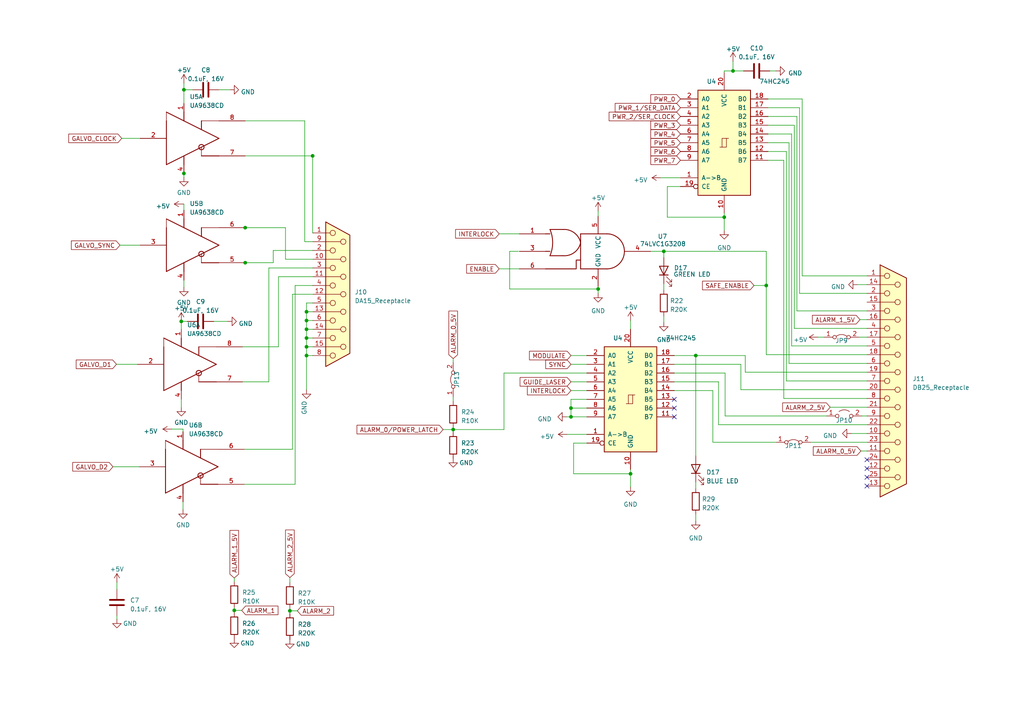
<source format=kicad_sch>
(kicad_sch (version 20230121) (generator eeschema)
  (paper "A4")
  (lib_symbols
    (symbol "LaserBoardR5:74HC245" (pin_names (offset 1.016))
      (property "Reference" "U" (at -7.62 16.51 0))
      (property "Value" "74HC245" (at -7.62 -16.51 0))
      (symbol "74HC245_1_0"
        (polyline (pts (xy -0.635 -1.27) (xy -0.635 1.27) (xy 0.635 1.27)))
        (polyline (pts (xy -1.27 -1.27) (xy 0.635 -1.27) (xy 0.635 1.27) (xy 1.27 1.27)))
        (pin input line (at -12.7 -10.16 0) (length 5.08) (name "A->B") (number "1"))
        (pin power_in line (at 0 -20.32 90) (length 5.08) (name "GND") (number "10"))
        (pin tri_state line (at 12.7 -5.08 180) (length 5.08) (name "B7") (number "11"))
        (pin tri_state line (at 12.7 -2.54 180) (length 5.08) (name "B6") (number "12"))
        (pin tri_state line (at 12.7 0 180) (length 5.08) (name "B5") (number "13"))
        (pin tri_state line (at 12.7 2.54 180) (length 5.08) (name "B4") (number "14"))
        (pin tri_state line (at 12.7 5.08 180) (length 5.08) (name "B3") (number "15"))
        (pin tri_state line (at 12.7 7.62 180) (length 5.08) (name "B2") (number "16"))
        (pin tri_state line (at 12.7 10.16 180) (length 5.08) (name "B1") (number "17"))
        (pin tri_state line (at 12.7 12.7 180) (length 5.08) (name "B0") (number "18"))
        (pin input inverted (at -12.7 -12.7 0) (length 5.08) (name "CE") (number "19"))
        (pin tri_state line (at -12.7 12.7 0) (length 5.08) (name "A0") (number "2"))
        (pin power_in line (at 0 20.32 270) (length 5.08) (name "VCC") (number "20"))
        (pin tri_state line (at -12.7 10.16 0) (length 5.08) (name "A1") (number "3"))
        (pin tri_state line (at -12.7 7.62 0) (length 5.08) (name "A2") (number "4"))
        (pin tri_state line (at -12.7 5.08 0) (length 5.08) (name "A3") (number "5"))
        (pin tri_state line (at -12.7 2.54 0) (length 5.08) (name "A4") (number "6"))
        (pin tri_state line (at -12.7 0 0) (length 5.08) (name "A5") (number "7"))
        (pin tri_state line (at -12.7 -2.54 0) (length 5.08) (name "A6") (number "8"))
        (pin tri_state line (at -12.7 -5.08 0) (length 5.08) (name "A7") (number "9"))
      )
      (symbol "74HC245_1_1"
        (rectangle (start -7.62 15.24) (end 7.62 -15.24) (stroke (width 0.254)) (fill (type background)))
      )
    )
    (symbol "LaserBoardR5:74LVC1G3208"
      (property "Reference" "U" (at -7.62 10.16 0))
      (property "Value" "74LVC1G3208" (at 0 -7.62 0))
      (symbol "74LVC1G3208_0_1"
        (arc (start -8.89 -1.27) (mid -8.108 2.54) (end -8.89 6.35) (stroke (width 0.254)))
        (arc (start -5.08 -1.27) (mid -1.8194 -0.3322) (end 0 2.54) (stroke (width 0.254)))
        (polyline (pts (xy -10.16 0) (xy -8.89 0)) (stroke (width 0.254)) (fill (type background)))
        (polyline (pts (xy -10.16 5.08) (xy -8.89 5.08)) (stroke (width 0.254)) (fill (type background)))
        (polyline (pts (xy -5.08 -1.27) (xy -8.89 -1.27)) (stroke (width 0.254)) (fill (type background)))
        (polyline (pts (xy -5.08 6.35) (xy -8.89 6.35)) (stroke (width 0.254)) (fill (type background)))
        (polyline (pts (xy 0 5.08) (xy 0 -5.08)) (stroke (width 0.254)) (fill (type background)))
        (polyline (pts (xy 7.62 -5.08) (xy 0 -5.08)) (stroke (width 0.254)) (fill (type background)))
        (polyline (pts (xy 7.62 5.08) (xy 0 5.08)) (stroke (width 0.254)) (fill (type background)))
        (polyline (pts (xy 0 -2.54) (xy -1.27 -2.54) (xy -1.27 -3.81) (xy -1.27 -5.08) (xy -10.16 -5.08)) (stroke (width 0.254)))
        (arc (start 0 2.54) (mid -1.8444 5.3784) (end -5.08 6.35) (stroke (width 0.254)))
        (arc (start 7.62 -5.08) (mid 12.6779 0) (end 7.62 5.08) (stroke (width 0.254)))
      )
      (symbol "74LVC1G3208_1_1"
        (pin input line (at -17.78 5.08 0) (length 7.62) (name "~") (number "1"))
        (pin power_in line (at 5.08 -10.16 90) (length 5.08) (name "GND") (number "2"))
        (pin input line (at -17.78 0 0) (length 7.62) (name "~") (number "3"))
        (pin output line (at 20.32 0 180) (length 7.62) (name "~") (number "4"))
        (pin power_in line (at 5.08 10.16 270) (length 5.08) (name "VCC") (number "5"))
        (pin input line (at -17.78 -5.08 0) (length 7.62) (name "~") (number "6"))
      )
    )
    (symbol "LaserBoardR5:C" (pin_numbers hide) (pin_names (offset 0.254))
      (property "Reference" "C" (at 0.635 2.54 0))
      (property "Value" "C" (at 0.635 -2.54 0))
      (symbol "C_0_1"
        (polyline (pts (xy -2.032 -0.762) (xy 2.032 -0.762)) (stroke (width 0.508)))
        (polyline (pts (xy -2.032 0.762) (xy 2.032 0.762)) (stroke (width 0.508)))
      )
      (symbol "C_1_1"
        (pin passive line (at 0 3.81 270) (length 2.794) (name "~") (number "1"))
        (pin passive line (at 0 -3.81 90) (length 2.794) (name "~") (number "2"))
      )
    )
    (symbol "LaserBoardR5:DA15_Receptacle" (pin_names (offset 1.016) hide)
      (property "Reference" "J" (at 0.508 21.59 0))
      (property "Value" "DA15_Receptacle" (at 0 -22.225 0))
      (symbol "DA15_Receptacle_0_1"
        (circle (center -1.778 -17.78) (radius 0.762))
        (circle (center -1.778 -12.7) (radius 0.762))
        (circle (center -1.778 -7.62) (radius 0.762))
        (circle (center -1.778 -2.54) (radius 0.762))
        (circle (center -1.778 2.54) (radius 0.762))
        (circle (center -1.778 7.62) (radius 0.762))
        (circle (center -1.778 12.7) (radius 0.762))
        (circle (center -1.778 17.78) (radius 0.762))
        (polyline (pts (xy -3.81 -17.78) (xy -2.54 -17.78)))
        (polyline (pts (xy -3.81 -15.24) (xy 0.508 -15.24)))
        (polyline (pts (xy -3.81 -12.7) (xy -2.54 -12.7)))
        (polyline (pts (xy -3.81 -10.16) (xy 0.508 -10.16)))
        (polyline (pts (xy -3.81 -7.62) (xy -2.54 -7.62)))
        (polyline (pts (xy -3.81 -5.08) (xy 0.508 -5.08)))
        (polyline (pts (xy -3.81 -2.54) (xy -2.54 -2.54)))
        (polyline (pts (xy -3.81 0) (xy 0.508 0)))
        (polyline (pts (xy -3.81 2.54) (xy -2.54 2.54)))
        (polyline (pts (xy -3.81 5.08) (xy 0.508 5.08)))
        (polyline (pts (xy -3.81 7.62) (xy -2.54 7.62)))
        (polyline (pts (xy -3.81 10.16) (xy 0.508 10.16)))
        (polyline (pts (xy -3.81 12.7) (xy -2.54 12.7)))
        (polyline (pts (xy -3.81 15.24) (xy 0.508 15.24)))
        (polyline (pts (xy -3.81 17.78) (xy -2.54 17.78)))
        (polyline (pts (xy -3.81 20.955) (xy 3.175 17.145) (xy 3.175 -17.145) (xy -3.81 -20.955) (xy -3.81 20.955)) (stroke (width 0.254)) (fill (type background)))
        (circle (center 1.27 -15.24) (radius 0.762))
        (circle (center 1.27 -10.16) (radius 0.762))
        (circle (center 1.27 -5.08) (radius 0.762))
        (circle (center 1.27 0) (radius 0.762))
        (circle (center 1.27 5.08) (radius 0.762))
        (circle (center 1.27 10.16) (radius 0.762))
        (circle (center 1.27 15.24) (radius 0.762))
      )
      (symbol "DA15_Receptacle_1_1"
        (pin passive line (at -7.62 17.78 0) (length 3.81) (name "1") (number "1"))
        (pin passive line (at -7.62 10.16 0) (length 3.81) (name "P10") (number "10"))
        (pin passive line (at -7.62 5.08 0) (length 3.81) (name "P111") (number "11"))
        (pin passive line (at -7.62 0 0) (length 3.81) (name "P12") (number "12"))
        (pin passive line (at -7.62 -5.08 0) (length 3.81) (name "P13") (number "13"))
        (pin passive line (at -7.62 -10.16 0) (length 3.81) (name "P14") (number "14"))
        (pin passive line (at -7.62 -15.24 0) (length 3.81) (name "P15") (number "15"))
        (pin passive line (at -7.62 12.7 0) (length 3.81) (name "2") (number "2"))
        (pin passive line (at -7.62 7.62 0) (length 3.81) (name "3") (number "3"))
        (pin passive line (at -7.62 2.54 0) (length 3.81) (name "4") (number "4"))
        (pin passive line (at -7.62 -2.54 0) (length 3.81) (name "5") (number "5"))
        (pin passive line (at -7.62 -7.62 0) (length 3.81) (name "6") (number "6"))
        (pin passive line (at -7.62 -12.7 0) (length 3.81) (name "7") (number "7"))
        (pin passive line (at -7.62 -17.78 0) (length 3.81) (name "8") (number "8"))
        (pin passive line (at -7.62 15.24 0) (length 3.81) (name "P9") (number "9"))
      )
    )
    (symbol "LaserBoardR5:DB25_Receptacle" (pin_names (offset 1.016) hide)
      (property "Reference" "J" (at 0 34.29 0))
      (property "Value" "DB25_Receptacle" (at 0 -34.925 0))
      (symbol "DB25_Receptacle_0_1"
        (circle (center -1.778 -30.48) (radius 0.762))
        (circle (center -1.778 -25.4) (radius 0.762))
        (circle (center -1.778 -20.32) (radius 0.762))
        (circle (center -1.778 -15.24) (radius 0.762))
        (circle (center -1.778 -10.16) (radius 0.762))
        (circle (center -1.778 -5.08) (radius 0.762))
        (circle (center -1.778 0) (radius 0.762))
        (circle (center -1.778 5.08) (radius 0.762))
        (circle (center -1.778 10.16) (radius 0.762))
        (circle (center -1.778 15.24) (radius 0.762))
        (circle (center -1.778 20.32) (radius 0.762))
        (circle (center -1.778 25.4) (radius 0.762))
        (circle (center -1.778 30.48) (radius 0.762))
        (polyline (pts (xy -3.81 -30.48) (xy -2.54 -30.48)))
        (polyline (pts (xy -3.81 -27.94) (xy 0.508 -27.94)))
        (polyline (pts (xy -3.81 -25.4) (xy -2.54 -25.4)))
        (polyline (pts (xy -3.81 -22.86) (xy 0.508 -22.86)))
        (polyline (pts (xy -3.81 -20.32) (xy -2.54 -20.32)))
        (polyline (pts (xy -3.81 -17.78) (xy 0.508 -17.78)))
        (polyline (pts (xy -3.81 -15.24) (xy -2.54 -15.24)))
        (polyline (pts (xy -3.81 -12.7) (xy 0.508 -12.7)))
        (polyline (pts (xy -3.81 -10.16) (xy -2.54 -10.16)))
        (polyline (pts (xy -3.81 -7.62) (xy 0.508 -7.62)))
        (polyline (pts (xy -3.81 -5.08) (xy -2.54 -5.08)))
        (polyline (pts (xy -3.81 -2.54) (xy 0.508 -2.54)))
        (polyline (pts (xy -3.81 0) (xy -2.54 0)))
        (polyline (pts (xy -3.81 2.54) (xy 0.508 2.54)))
        (polyline (pts (xy -3.81 5.08) (xy -2.54 5.08)))
        (polyline (pts (xy -3.81 7.62) (xy 0.508 7.62)))
        (polyline (pts (xy -3.81 10.16) (xy -2.54 10.16)))
        (polyline (pts (xy -3.81 12.7) (xy 0.508 12.7)))
        (polyline (pts (xy -3.81 15.24) (xy -2.54 15.24)))
        (polyline (pts (xy -3.81 17.78) (xy 0.508 17.78)))
        (polyline (pts (xy -3.81 20.32) (xy -2.54 20.32)))
        (polyline (pts (xy -3.81 22.86) (xy 0.508 22.86)))
        (polyline (pts (xy -3.81 25.4) (xy -2.54 25.4)))
        (polyline (pts (xy -3.81 27.94) (xy 0.508 27.94)))
        (polyline (pts (xy -3.81 30.48) (xy -2.54 30.48)))
        (polyline (pts (xy -3.81 33.655) (xy 3.81 29.845) (xy 3.81 -29.845) (xy -3.81 -33.655) (xy -3.81 33.655)) (stroke (width 0.254)) (fill (type background)))
        (circle (center 1.27 -27.94) (radius 0.762))
        (circle (center 1.27 -22.86) (radius 0.762))
        (circle (center 1.27 -17.78) (radius 0.762))
        (circle (center 1.27 -12.7) (radius 0.762))
        (circle (center 1.27 -7.62) (radius 0.762))
        (circle (center 1.27 -2.54) (radius 0.762))
        (circle (center 1.27 2.54) (radius 0.762))
        (circle (center 1.27 7.62) (radius 0.762))
        (circle (center 1.27 12.7) (radius 0.762))
        (circle (center 1.27 17.78) (radius 0.762))
        (circle (center 1.27 22.86) (radius 0.762))
        (circle (center 1.27 27.94) (radius 0.762))
      )
      (symbol "DB25_Receptacle_1_1"
        (pin passive line (at -7.62 30.48 0) (length 3.81) (name "1") (number "1"))
        (pin passive line (at -7.62 -15.24 0) (length 3.81) (name "10") (number "10"))
        (pin passive line (at -7.62 -20.32 0) (length 3.81) (name "11") (number "11"))
        (pin passive line (at -7.62 -25.4 0) (length 3.81) (name "12") (number "12"))
        (pin passive line (at -7.62 -30.48 0) (length 3.81) (name "13") (number "13"))
        (pin passive line (at -7.62 27.94 0) (length 3.81) (name "P14") (number "14"))
        (pin passive line (at -7.62 22.86 0) (length 3.81) (name "P15") (number "15"))
        (pin passive line (at -7.62 17.78 0) (length 3.81) (name "P16") (number "16"))
        (pin passive line (at -7.62 12.7 0) (length 3.81) (name "P17") (number "17"))
        (pin passive line (at -7.62 7.62 0) (length 3.81) (name "P18") (number "18"))
        (pin passive line (at -7.62 2.54 0) (length 3.81) (name "P19") (number "19"))
        (pin passive line (at -7.62 25.4 0) (length 3.81) (name "2") (number "2"))
        (pin passive line (at -7.62 -2.54 0) (length 3.81) (name "P20") (number "20"))
        (pin passive line (at -7.62 -7.62 0) (length 3.81) (name "P21") (number "21"))
        (pin passive line (at -7.62 -12.7 0) (length 3.81) (name "P22") (number "22"))
        (pin passive line (at -7.62 -17.78 0) (length 3.81) (name "P23") (number "23"))
        (pin passive line (at -7.62 -22.86 0) (length 3.81) (name "P24") (number "24"))
        (pin passive line (at -7.62 -27.94 0) (length 3.81) (name "P25") (number "25"))
        (pin passive line (at -7.62 20.32 0) (length 3.81) (name "3") (number "3"))
        (pin passive line (at -7.62 15.24 0) (length 3.81) (name "4") (number "4"))
        (pin passive line (at -7.62 10.16 0) (length 3.81) (name "5") (number "5"))
        (pin passive line (at -7.62 5.08 0) (length 3.81) (name "6") (number "6"))
        (pin passive line (at -7.62 0 0) (length 3.81) (name "7") (number "7"))
        (pin passive line (at -7.62 -5.08 0) (length 3.81) (name "8") (number "8"))
        (pin passive line (at -7.62 -10.16 0) (length 3.81) (name "9") (number "9"))
      )
    )
    (symbol "LaserBoardR5:Jumper_2_Bridged" (pin_names (offset 0) hide)
      (property "Reference" "JP" (at 0 1.905 0))
      (property "Value" "Jumper_2_Bridged" (at 0 -2.54 0))
      (symbol "Jumper_2_Bridged_0_0"
        (circle (center -2.032 0) (radius 0.508))
        (circle (center 2.032 0) (radius 0.508))
      )
      (symbol "Jumper_2_Bridged_0_1"
        (arc (start 1.524 0.254) (mid 0 0.762) (end -1.524 0.254))
      )
      (symbol "Jumper_2_Bridged_1_1"
        (pin passive line (at -5.08 0 0) (length 2.54) (name "A") (number "1"))
        (pin passive line (at 5.08 0 180) (length 2.54) (name "B") (number "2"))
      )
    )
    (symbol "LaserBoardR5:Jumper_2_Open" (pin_names (offset 0) hide)
      (property "Reference" "JP" (at 0 2.794 0))
      (property "Value" "Jumper_2_Open" (at 0 -2.286 0))
      (symbol "Jumper_2_Open_0_0"
        (circle (center -2.032 0) (radius 0.508))
        (circle (center 2.032 0) (radius 0.508))
      )
      (symbol "Jumper_2_Open_0_1"
        (arc (start 1.524 1.27) (mid 0 1.778) (end -1.524 1.27))
      )
      (symbol "Jumper_2_Open_1_1"
        (pin passive line (at -5.08 0 0) (length 2.54) (name "A") (number "1"))
        (pin passive line (at 5.08 0 180) (length 2.54) (name "B") (number "2"))
      )
    )
    (symbol "LaserBoardR5:LED" (pin_numbers hide) (pin_names (offset 1.016) hide)
      (property "Reference" "D" (at 0 2.54 0))
      (property "Value" "LED" (at 0 -2.54 0))
      (symbol "LED_0_1"
        (polyline (pts (xy -1.27 -1.27) (xy -1.27 1.27)) (stroke (width 0.254)))
        (polyline (pts (xy -1.27 0) (xy 1.27 0)))
        (polyline (pts (xy 1.27 -1.27) (xy 1.27 1.27) (xy -1.27 0) (xy 1.27 -1.27)) (stroke (width 0.254)))
        (polyline (pts (xy -3.048 -0.762) (xy -4.572 -2.286) (xy -3.81 -2.286) (xy -4.572 -2.286) (xy -4.572 -1.524)))
        (polyline (pts (xy -1.778 -0.762) (xy -3.302 -2.286) (xy -2.54 -2.286) (xy -3.302 -2.286) (xy -3.302 -1.524)))
      )
      (symbol "LED_1_1"
        (pin passive line (at -3.81 0 0) (length 2.54) (name "K") (number "1"))
        (pin passive line (at 3.81 0 180) (length 2.54) (name "A") (number "2"))
      )
    )
    (symbol "LaserBoardR5:R" (pin_numbers hide) (pin_names (offset 0))
      (property "Reference" "R" (at 2.032 0 90))
      (property "Value" "R" (at 0 0 90))
      (symbol "R_0_1"
        (rectangle (start -1.016 -2.54) (end 1.016 2.54) (stroke (width 0.254)))
      )
      (symbol "R_1_1"
        (pin passive line (at 0 3.81 270) (length 1.27) (name "~") (number "1"))
        (pin passive line (at 0 -3.81 90) (length 1.27) (name "~") (number "2"))
      )
    )
    (symbol "LaserBoardR5:UA9638CD" (pin_names (offset 1.016) hide)
      (property "Reference" "U" (at -7.62 10.16 0))
      (property "Value" "UA9638CD" (at 5.08 7.62 0))
      (symbol "UA9638CD_0_1"
        (polyline (pts (xy -7.62 5.08) (xy -7.62 -7.62)) (stroke (width 0.254)) (fill (type background)))
        (polyline (pts (xy -7.62 5.08) (xy -7.62 7.62)))
        (polyline (pts (xy -7.62 7.62) (xy 7.62 0)) (stroke (width 0.254)))
        (polyline (pts (xy -2.54 -5.08) (xy -2.54 -7.62)) (stroke (width 0.254)))
        (polyline (pts (xy -2.54 5.08) (xy -2.54 7.62)) (stroke (width 0.254)))
        (polyline (pts (xy 2.54 -5.08) (xy 7.62 -5.08)) (stroke (width 0.254)))
        (polyline (pts (xy 2.54 -2.54) (xy 2.54 -5.08)))
        (polyline (pts (xy 2.54 5.08) (xy 2.54 2.54)) (stroke (width 0.254)))
        (polyline (pts (xy 7.62 0) (xy -7.62 -7.62)) (stroke (width 0.254)))
        (polyline (pts (xy 7.62 5.08) (xy 2.54 5.08)))
        (circle (center 2.54 -2.54) (radius 0.762) (stroke (width 0.254)))
      )
      (symbol "UA9638CD_1_1"
        (pin power_in line (at -2.54 10.16 270) (length 2.54) (name "VCC") (number "1"))
        (pin input line (at -15.24 0 0) (length 7.62) (name "IN") (number "2"))
        (pin power_in line (at -2.54 -10.16 90) (length 2.54) (name "GND") (number "4"))
        (pin output line (at 15.24 -5.08 180) (length 7.62) (name "OUTA") (number "7"))
        (pin output line (at 15.24 5.08 180) (length 7.62) (name "OUTB") (number "8"))
      )
      (symbol "UA9638CD_2_1"
        (pin power_in line (at -2.54 10.16 270) (length 2.54) (name "VCC") (number "1"))
        (pin input line (at -15.24 0 0) (length 7.62) (name "IN") (number "3"))
        (pin power_in line (at -2.54 -10.16 90) (length 2.54) (name "GND") (number "4"))
        (pin output line (at 15.24 -5.08 180) (length 7.62) (name "OUTA") (number "5"))
        (pin output line (at 15.24 5.08 180) (length 7.62) (name "OUTB") (number "6"))
      )
    )
    (symbol "power:+5V" (power) (pin_names (offset 0))
      (property "Value" "+5V" (at 0 3.556 0))
      (symbol "+5V_0_1"
        (polyline (pts (xy -0.762 1.27) (xy 0 2.54)))
        (polyline (pts (xy 0 0) (xy 0 2.54)))
        (polyline (pts (xy 0 2.54) (xy 0.762 1.27)))
      )
      (symbol "+5V_1_1"
        (pin power_in line (at 0 0 90) (length 0) hide (name "+5V") (number "1"))
      )
    )
    (symbol "power:GND" (power) (pin_names (offset 0))
      (property "Value" "GND" (at 0 -3.81 0))
      (symbol "GND_0_1"
        (polyline (pts (xy 0 0) (xy 0 -1.27) (xy 1.27 -1.27) (xy 0 -2.54) (xy -1.27 -1.27) (xy 0 -1.27)))
      )
      (symbol "GND_1_1"
        (pin power_in line (at 0 0 270) (length 0) hide (name "GND") (number "1"))
      )
    )
  )
  (junction (at 53.34 26.035))
  (junction (at 67.945 177.038))
  (junction (at 88.9 103.124))
  (junction (at 52.578 93.218))
  (junction (at 88.9 95.504))
  (junction (at 212.598 20.574))
  (junction (at 88.9 100.584))
  (junction (at 165.608 120.904))
  (junction (at 210.058 62.992))
  (junction (at 173.482 83.82))
  (junction (at 53.34 50.292))
  (junction (at 182.88 137.414))
  (junction (at 90.678 45.212))
  (junction (at 201.803 103.124))
  (junction (at 131.445 124.587))
  (junction (at 192.532 72.898))
  (junction (at 222.25 82.804))
  (junction (at 165.608 118.364))
  (junction (at 88.9 90.424))
  (junction (at 84.074 177.165))
  (junction (at 71.12 76.2))
  (junction (at 71.12 66.04))
  (junction (at 88.9 98.044))
  (junction (at 88.9 92.964))
  (no_connect (at 195.58 120.904))
  (no_connect (at 195.58 115.824))
  (no_connect (at 251.46 140.97))
  (no_connect (at 251.46 135.89))
  (no_connect (at 251.46 138.43))
  (no_connect (at 195.58 118.364))
  (no_connect (at 251.46 133.35))
  (wire (pts (xy 164.465 125.984) (xy 170.18 125.984)))
  (wire (pts (xy 173.482 83.82) (xy 173.482 85.09)))
  (wire (pts (xy 195.58 103.124) (xy 201.803 103.124)))
  (wire (pts (xy 35.306 40.132) (xy 40.64 40.132)))
  (wire (pts (xy 201.803 103.124) (xy 216.154 103.124)))
  (wire (pts (xy 88.9 92.964) (xy 90.678 92.964)))
  (wire (pts (xy 193.548 54.102) (xy 193.548 62.992)))
  (wire (pts (xy 88.9 100.584) (xy 88.9 98.044)))
  (wire (pts (xy 228.092 43.942) (xy 228.092 110.49)))
  (wire (pts (xy 222.758 43.942) (xy 228.092 43.942)))
  (wire (pts (xy 165.608 110.744) (xy 170.18 110.744)))
  (wire (pts (xy 70.866 76.2) (xy 71.12 76.2)))
  (wire (pts (xy 88.392 70.104) (xy 90.678 70.104)))
  (wire (pts (xy 88.9 113.03) (xy 88.9 103.124)))
  (wire (pts (xy 80.772 80.264) (xy 90.678 80.264)))
  (wire (pts (xy 33.782 105.664) (xy 39.878 105.664)))
  (wire (pts (xy 79.248 76.2) (xy 79.248 72.644)))
  (wire (pts (xy 251.46 80.01) (xy 232.664 80.01)))
  (wire (pts (xy 88.9 98.044) (xy 88.9 95.504)))
  (wire (pts (xy 228.854 105.41) (xy 228.854 41.402)))
  (wire (pts (xy 251.46 90.17) (xy 231.14 90.17)))
  (wire (pts (xy 84.836 130.302) (xy 84.836 85.344)))
  (wire (pts (xy 61.976 93.218) (xy 66.04 93.218)))
  (wire (pts (xy 131.445 104.013) (xy 131.445 105.029)))
  (wire (pts (xy 210.312 120.65) (xy 239.776 120.65)))
  (wire (pts (xy 165.608 113.284) (xy 170.18 113.284)))
  (wire (pts (xy 240.792 118.11) (xy 251.46 118.11)))
  (wire (pts (xy 222.25 102.87) (xy 251.46 102.87)))
  (wire (pts (xy 82.804 75.184) (xy 90.678 75.184)))
  (wire (pts (xy 182.88 136.144) (xy 182.88 137.414)))
  (wire (pts (xy 182.88 137.414) (xy 182.88 141.224)))
  (wire (pts (xy 88.9 103.124) (xy 90.678 103.124)))
  (wire (pts (xy 131.445 123.952) (xy 131.445 124.587)))
  (wire (pts (xy 88.9 100.584) (xy 90.678 100.584)))
  (wire (pts (xy 229.616 38.862) (xy 222.758 38.862)))
  (wire (pts (xy 210.312 108.204) (xy 210.312 120.65)))
  (wire (pts (xy 128.524 124.587) (xy 131.445 124.587)))
  (wire (pts (xy 166.37 137.414) (xy 182.88 137.414)))
  (wire (pts (xy 165.608 115.824) (xy 170.18 115.824)))
  (wire (pts (xy 251.46 85.09) (xy 231.902 85.09)))
  (wire (pts (xy 53.34 26.035) (xy 53.34 29.845)))
  (wire (pts (xy 70.866 66.04) (xy 71.12 66.04)))
  (wire (pts (xy 208.407 123.19) (xy 208.407 110.744)))
  (wire (pts (xy 165.608 118.364) (xy 165.608 120.904)))
  (wire (pts (xy 77.978 77.724) (xy 90.678 77.724)))
  (wire (pts (xy 70.358 100.584) (xy 80.772 100.584)))
  (wire (pts (xy 53.34 24.13) (xy 53.34 26.035)))
  (wire (pts (xy 131.445 115.189) (xy 131.445 116.332)))
  (wire (pts (xy 192.532 72.898) (xy 192.532 74.676)))
  (wire (pts (xy 71.12 76.2) (xy 79.248 76.2)))
  (wire (pts (xy 193.548 62.992) (xy 210.058 62.992)))
  (wire (pts (xy 249.682 130.81) (xy 251.46 130.81)))
  (wire (pts (xy 84.074 167.513) (xy 84.074 168.91)))
  (wire (pts (xy 212.598 20.574) (xy 215.646 20.574)))
  (wire (pts (xy 210.058 62.992) (xy 210.058 66.802)))
  (wire (pts (xy 150.368 72.898) (xy 147.828 72.898)))
  (wire (pts (xy 34.798 71.12) (xy 40.64 71.12)))
  (wire (pts (xy 165.608 120.904) (xy 170.18 120.904)))
  (wire (pts (xy 210.058 61.722) (xy 210.058 62.992)))
  (wire (pts (xy 88.392 35.052) (xy 88.392 70.104)))
  (wire (pts (xy 208.407 110.744) (xy 195.58 110.744)))
  (wire (pts (xy 212.598 17.78) (xy 212.598 20.574)))
  (wire (pts (xy 146.177 108.204) (xy 170.18 108.204)))
  (wire (pts (xy 88.9 90.424) (xy 88.9 87.884)))
  (wire (pts (xy 201.803 139.827) (xy 201.803 141.605)))
  (wire (pts (xy 53.34 81.28) (xy 53.34 83.312)))
  (wire (pts (xy 67.945 177.038) (xy 67.945 177.673)))
  (wire (pts (xy 131.445 124.587) (xy 131.445 125.349)))
  (wire (pts (xy 165.608 118.364) (xy 170.18 118.364)))
  (wire (pts (xy 77.978 110.744) (xy 77.978 77.724)))
  (wire (pts (xy 67.945 167.64) (xy 67.945 168.656)))
  (wire (pts (xy 53.086 124.46) (xy 53.086 125.222)))
  (wire (pts (xy 249.174 97.79) (xy 251.46 97.79)))
  (wire (pts (xy 249.936 120.65) (xy 251.46 120.65)))
  (wire (pts (xy 144.78 67.818) (xy 150.622 67.818)))
  (wire (pts (xy 195.58 105.664) (xy 214.884 105.664)))
  (wire (pts (xy 146.177 124.587) (xy 146.177 108.204)))
  (wire (pts (xy 223.266 20.574) (xy 225.044 20.574)))
  (wire (pts (xy 197.358 54.102) (xy 193.548 54.102)))
  (wire (pts (xy 222.25 82.804) (xy 222.25 72.898)))
  (wire (pts (xy 182.88 92.964) (xy 182.88 95.504)))
  (wire (pts (xy 222.25 102.87) (xy 222.25 82.804)))
  (wire (pts (xy 206.756 128.27) (xy 206.756 113.284)))
  (wire (pts (xy 229.616 100.33) (xy 229.616 38.862)))
  (wire (pts (xy 53.086 145.542) (xy 53.086 147.828)))
  (wire (pts (xy 80.772 100.584) (xy 80.772 80.264)))
  (wire (pts (xy 84.074 176.53) (xy 84.074 177.165)))
  (wire (pts (xy 85.598 140.462) (xy 85.598 82.804)))
  (wire (pts (xy 201.803 149.225) (xy 201.803 151.003)))
  (wire (pts (xy 206.756 113.284) (xy 195.58 113.284)))
  (wire (pts (xy 237.236 97.79) (xy 239.014 97.79)))
  (wire (pts (xy 231.14 90.17) (xy 231.14 33.782)))
  (wire (pts (xy 210.058 21.082) (xy 210.058 20.574)))
  (wire (pts (xy 53.34 50.165) (xy 53.34 50.292)))
  (wire (pts (xy 71.12 66.04) (xy 82.804 66.04)))
  (wire (pts (xy 214.884 113.03) (xy 251.46 113.03)))
  (wire (pts (xy 249.428 92.71) (xy 251.46 92.71)))
  (wire (pts (xy 79.248 72.644) (xy 90.678 72.644)))
  (wire (pts (xy 144.78 77.978) (xy 150.622 77.978)))
  (wire (pts (xy 192.532 72.898) (xy 188.722 72.898)))
  (wire (pts (xy 88.9 95.504) (xy 90.678 95.504)))
  (wire (pts (xy 90.678 45.212) (xy 90.678 67.564)))
  (wire (pts (xy 52.578 93.218) (xy 54.356 93.218)))
  (wire (pts (xy 166.37 128.524) (xy 166.37 137.414)))
  (wire (pts (xy 218.694 82.804) (xy 222.25 82.804)))
  (wire (pts (xy 216.154 103.124) (xy 216.154 107.95)))
  (wire (pts (xy 251.46 100.33) (xy 229.616 100.33)))
  (wire (pts (xy 53.086 59.182) (xy 53.34 59.182)))
  (wire (pts (xy 251.46 95.25) (xy 230.378 95.25)))
  (wire (pts (xy 70.866 130.302) (xy 84.836 130.302)))
  (wire (pts (xy 49.784 124.46) (xy 53.086 124.46)))
  (wire (pts (xy 70.358 110.744) (xy 77.978 110.744)))
  (wire (pts (xy 53.34 50.292) (xy 53.34 51.435)))
  (wire (pts (xy 131.445 124.587) (xy 146.177 124.587)))
  (wire (pts (xy 251.46 115.57) (xy 227.33 115.57)))
  (wire (pts (xy 216.154 107.95) (xy 251.46 107.95)))
  (wire (pts (xy 32.766 135.382) (xy 40.386 135.382)))
  (wire (pts (xy 251.46 105.41) (xy 228.854 105.41)))
  (wire (pts (xy 231.14 33.782) (xy 222.758 33.782)))
  (wire (pts (xy 232.664 28.702) (xy 222.758 28.702)))
  (wire (pts (xy 173.482 61.214) (xy 173.482 62.738)))
  (wire (pts (xy 88.9 90.424) (xy 90.678 90.424)))
  (wire (pts (xy 88.9 95.504) (xy 88.9 92.964)))
  (wire (pts (xy 192.532 91.694) (xy 192.532 93.472)))
  (wire (pts (xy 227.33 46.482) (xy 227.33 115.57)))
  (wire (pts (xy 52.578 93.218) (xy 52.578 95.504)))
  (wire (pts (xy 206.756 128.27) (xy 225.044 128.27)))
  (wire (pts (xy 85.598 82.804) (xy 90.678 82.804)))
  (wire (pts (xy 164.338 120.904) (xy 165.608 120.904)))
  (wire (pts (xy 88.9 87.884) (xy 90.678 87.884)))
  (wire (pts (xy 165.608 103.124) (xy 170.18 103.124)))
  (wire (pts (xy 173.482 83.058) (xy 173.482 83.82)))
  (wire (pts (xy 195.58 108.204) (xy 210.312 108.204)))
  (wire (pts (xy 88.9 103.124) (xy 88.9 100.584)))
  (wire (pts (xy 147.828 83.82) (xy 173.482 83.82)))
  (wire (pts (xy 147.828 72.898) (xy 147.828 83.82)))
  (wire (pts (xy 71.12 35.052) (xy 88.392 35.052)))
  (wire (pts (xy 165.608 105.664) (xy 170.18 105.664)))
  (wire (pts (xy 251.46 110.49) (xy 228.092 110.49)))
  (wire (pts (xy 33.909 178.562) (xy 33.909 179.578)))
  (wire (pts (xy 230.378 36.322) (xy 230.378 95.25)))
  (wire (pts (xy 235.204 128.27) (xy 251.46 128.27)))
  (wire (pts (xy 222.758 36.322) (xy 230.378 36.322)))
  (wire (pts (xy 84.074 177.165) (xy 84.074 177.927)))
  (wire (pts (xy 246.888 125.73) (xy 251.46 125.73)))
  (wire (pts (xy 210.058 20.574) (xy 212.598 20.574)))
  (wire (pts (xy 88.9 92.964) (xy 88.9 90.424)))
  (wire (pts (xy 70.104 177.038) (xy 67.945 177.038)))
  (wire (pts (xy 170.18 128.524) (xy 166.37 128.524)))
  (wire (pts (xy 228.854 41.402) (xy 222.758 41.402)))
  (wire (pts (xy 222.758 31.242) (xy 231.902 31.242)))
  (wire (pts (xy 53.34 26.035) (xy 55.88 26.035)))
  (wire (pts (xy 71.12 45.212) (xy 90.678 45.212)))
  (wire (pts (xy 232.664 80.01) (xy 232.664 28.702)))
  (wire (pts (xy 222.25 72.898) (xy 192.532 72.898)))
  (wire (pts (xy 201.803 103.124) (xy 201.803 132.207)))
  (wire (pts (xy 231.902 31.242) (xy 231.902 85.09)))
  (wire (pts (xy 165.608 115.824) (xy 165.608 118.364)))
  (wire (pts (xy 63.5 26.035) (xy 66.675 26.035)))
  (wire (pts (xy 191.643 51.562) (xy 197.358 51.562)))
  (wire (pts (xy 53.34 59.182) (xy 53.34 60.96)))
  (wire (pts (xy 248.666 82.55) (xy 251.46 82.55)))
  (wire (pts (xy 192.532 82.296) (xy 192.532 84.074)))
  (wire (pts (xy 67.945 176.276) (xy 67.945 177.038)))
  (wire (pts (xy 88.9 98.044) (xy 90.678 98.044)))
  (wire (pts (xy 82.804 66.04) (xy 82.804 75.184)))
  (wire (pts (xy 84.836 85.344) (xy 90.678 85.344)))
  (wire (pts (xy 33.909 168.91) (xy 33.909 170.942)))
  (wire (pts (xy 52.578 115.824) (xy 52.578 118.11)))
  (wire (pts (xy 208.407 123.19) (xy 251.46 123.19)))
  (wire (pts (xy 222.758 46.482) (xy 227.33 46.482)))
  (wire (pts (xy 214.884 105.664) (xy 214.884 113.03)))
  (wire (pts (xy 84.074 177.165) (xy 86.233 177.165)))
  (wire (pts (xy 70.866 140.462) (xy 85.598 140.462)))
  (wire (pts (xy 90.678 44.958) (xy 90.678 45.212)))
  (global_label "SAFE_ENABLE" (shape input) (at 218.694 82.804 180) (property "Intersheetrefs" "${INTERSHEET_REFS}" (effects hide)))
  (global_label "GUIDE_LASER" (shape input) (at 165.608 110.744 180) (property "Intersheetrefs" "${INTERSHEET_REFS}" (effects hide)))
  (global_label "ALARM_0_5V" (shape input) (at 131.445 104.013 90) (property "Intersheetrefs" "${INTERSHEET_REFS}" (effects hide)))
  (global_label "PWR_7" (shape input) (at 197.358 46.482 180) (property "Intersheetrefs" "${INTERSHEET_REFS}" (effects hide)))
  (global_label "GALVO_D2" (shape input) (at 32.766 135.382 180) (property "Intersheetrefs" "${INTERSHEET_REFS}" (effects hide)))
  (global_label "ALARM_0{slash}POWER_LATCH" (shape input) (at 128.524 124.587 180) (property "Intersheetrefs" "${INTERSHEET_REFS}" (effects hide)))
  (global_label "PWR_6" (shape input) (at 197.358 43.942 180) (property "Intersheetrefs" "${INTERSHEET_REFS}" (effects hide)))
  (global_label "MODULATE" (shape input) (at 165.608 103.124 180) (property "Intersheetrefs" "${INTERSHEET_REFS}" (effects hide)))
  (global_label "ALARM_1_5V" (shape input) (at 249.428 92.71 180) (property "Intersheetrefs" "${INTERSHEET_REFS}" (effects hide)))
  (global_label "INTERLOCK" (shape input) (at 144.78 67.818 180) (property "Intersheetrefs" "${INTERSHEET_REFS}" (effects hide)))
  (global_label "GALVO_SYNC" (shape input) (at 34.798 71.12 180) (property "Intersheetrefs" "${INTERSHEET_REFS}" (effects hide)))
  (global_label "ENABLE" (shape input) (at 144.78 77.978 180) (property "Intersheetrefs" "${INTERSHEET_REFS}" (effects hide)))
  (global_label "PWR_0" (shape input) (at 197.358 28.702 180) (property "Intersheetrefs" "${INTERSHEET_REFS}" (effects hide)))
  (global_label "INTERLOCK" (shape input) (at 165.608 113.284 180) (property "Intersheetrefs" "${INTERSHEET_REFS}" (effects hide)))
  (global_label "GALVO_CLOCK" (shape input) (at 35.306 40.132 180) (property "Intersheetrefs" "${INTERSHEET_REFS}" (effects hide)))
  (global_label "ALARM_2_5V" (shape input) (at 240.792 118.11 180) (property "Intersheetrefs" "${INTERSHEET_REFS}" (effects hide)))
  (global_label "PWR_2{slash}SER_CLOCK" (shape input) (at 197.358 33.782 180) (property "Intersheetrefs" "${INTERSHEET_REFS}" (effects hide)))
  (global_label "ALARM_2" (shape input) (at 86.233 177.165 0) (property "Intersheetrefs" "${INTERSHEET_REFS}" (effects hide)))
  (global_label "PWR_3" (shape input) (at 197.358 36.322 180) (property "Intersheetrefs" "${INTERSHEET_REFS}" (effects hide)))
  (global_label "PWR_1{slash}SER_DATA" (shape input) (at 197.358 31.242 180) (property "Intersheetrefs" "${INTERSHEET_REFS}" (effects hide)))
  (global_label "ALARM_2_5V" (shape input) (at 84.074 167.513 90) (property "Intersheetrefs" "${INTERSHEET_REFS}" (effects hide)))
  (global_label "ALARM_1_5V" (shape input) (at 67.945 167.64 90) (property "Intersheetrefs" "${INTERSHEET_REFS}" (effects hide)))
  (global_label "PWR_5" (shape input) (at 197.358 41.402 180) (property "Intersheetrefs" "${INTERSHEET_REFS}" (effects hide)))
  (global_label "ALARM_0_5V" (shape input) (at 249.682 130.81 180) (property "Intersheetrefs" "${INTERSHEET_REFS}" (effects hide)))
  (global_label "PWR_4" (shape input) (at 197.358 38.862 180) (property "Intersheetrefs" "${INTERSHEET_REFS}" (effects hide)))
  (global_label "ALARM_1" (shape input) (at 70.104 177.038 0) (property "Intersheetrefs" "${INTERSHEET_REFS}" (effects hide)))
  (global_label "SYNC" (shape input) (at 165.608 105.664 180) (property "Intersheetrefs" "${INTERSHEET_REFS}" (effects hide)))
  (global_label "GALVO_D1" (shape input) (at 33.782 105.664 180) (property "Intersheetrefs" "${INTERSHEET_REFS}" (effects hide)))
  (symbol (lib_id "power:GND") (at 53.34 83.312 0) (unit 1)
    (property "Reference" "#PWR038" (effects hide))
    (property "Value" "GND" (at 53.34 87.757 0))
  )
  (symbol (lib_id "LaserBoardR5:R") (at 67.945 172.466 0) (unit 1)
    (property "Reference" "R25" (at 70.231 171.831 0) (effects (justify left)))
    (property "Value" "R10K" (at 70.231 174.371 0) (effects (justify left)))
    (property "Footprint" "LaserBoardR5:R_0603_1608Metric" (effects hide))
  )
  (symbol (lib_id "power:GND") (at 66.04 93.218 90) (unit 1)
    (property "Reference" "#PWR034" (effects hide))
    (property "Value" "GND" (at 69.215 93.853 90) (effects (justify right)))
  )
  (symbol (lib_id "power:GND") (at 67.945 185.293 0) (unit 1)
    (property "Reference" "#PWR021" (effects hide))
    (property "Value" "GND" (at 71.755 186.563 0))
    (instances (project "LaserBoard" (path "" (reference "#PWR021") (unit 1)) (path "" (reference "#PWR066") (unit 1))))
  )
  (symbol (lib_id "LaserBoardR5:R") (at 131.445 120.142 0) (unit 1)
    (property "Reference" "R24" (at 133.731 119.507 0) (effects (justify left)))
    (property "Value" "R10K" (at 133.731 122.047 0) (effects (justify left)))
    (property "Footprint" "LaserBoardR5:R_0603_1608Metric" (effects hide))
  )
  (symbol (lib_id "power:+5V") (at 49.784 124.46 90) (unit 1)
    (property "Reference" "#PWR036" (effects hide))
    (property "Value" "+5V" (at 45.72 125.095 90) (effects (justify left)))
  )
  (symbol (lib_id "power:GND") (at 164.338 120.904 270) (unit 1)
    (property "Reference" "#PWR023" (effects hide))
    (property "Value" "GND" (at 160.02 121.539 90) (effects (justify right)))
    (instances (project "LaserBoard" (path "" (reference "#PWR023") (unit 1)) (path "" (reference "#PWR069") (unit 1))))
  )
  (symbol (lib_id "LaserBoardR5:74HC245") (at 210.058 41.402 0) (unit 1)
    (property "Reference" "U4" (at 204.978 23.622 0) (effects (justify left)))
    (property "Value" "74HC245" (at 220.218 23.622 0) (effects (justify left)))
    (property "Footprint" "LaserBoardR5:TSSOP-20_4.4x6.5mm_P0.65mm" (effects hide))
    (property "Datasheet" "http://www.ti.com/lit/gpn/sn74HC245" (effects hide))
    (instances (project "LaserBoard" (path "" (reference "U4") (unit 1)) (path "" (reference "U2") (unit 1))))
  )
  (symbol (lib_id "power:+5V") (at 191.643 51.562 90) (unit 1)
    (property "Reference" "#PWR024" (effects hide))
    (property "Value" "+5V" (at 187.833 52.197 90) (effects (justify left)))
    (instances (project "LaserBoard" (path "" (reference "#PWR024") (unit 1)) (path "" (reference "#PWR041") (unit 1))))
  )
  (symbol (lib_id "power:GND") (at 192.532 93.472 0) (unit 1)
    (property "Reference" "#PWR023" (effects hide))
    (property "Value" "GND" (at 192.532 98.552 0))
    (instances (project "LaserBoard" (path "" (reference "#PWR023") (unit 1)) (path "" (reference "#PWR065") (unit 1))))
  )
  (symbol (lib_id "LaserBoardR5:R") (at 192.532 87.884 0) (unit 1)
    (property "Reference" "R22" (at 194.31 87.249 0) (effects (justify left)))
    (property "Value" "R20K" (at 194.31 89.789 0) (effects (justify left)))
    (property "Footprint" "LaserBoardR5:R_0603_1608Metric" (effects hide))
  )
  (symbol (lib_id "LaserBoardR5:UA9638CD") (at 55.118 105.664 0) (unit 1)
    (property "Reference" "U6" (at 54.2291 94.234 0) (effects (justify left)))
    (property "Value" "UA9638CD" (at 54.2291 96.774 0) (effects (justify left)))
    (property "Footprint" "LaserBoardR5:SOIC-8_3.9x4.9mm_P1.27mm" (effects hide))
    (property "Datasheet" "http://www.ti.com/lit/ds/symlink/ua9638.pdf" (effects hide))
    (property "MouserPN" "296-27141-5-ND" (effects hide))
    (property "mpn" "UA9638CD" (effects hide))
  )
  (symbol (lib_id "power:GND") (at 53.34 51.435 0) (unit 1)
    (property "Reference" "#PWR031" (effects hide))
    (property "Value" "GND" (at 53.34 55.88 0))
  )
  (symbol (lib_id "power:GND") (at 131.445 132.969 0) (unit 1)
    (property "Reference" "#PWR021" (effects hide))
    (property "Value" "GND" (at 135.255 134.239 0))
    (instances (project "LaserBoard" (path "" (reference "#PWR021") (unit 1)) (path "" (reference "#PWR054") (unit 1))))
  )
  (symbol (lib_id "power:GND") (at 210.058 66.802 0) (unit 1)
    (property "Reference" "#PWR023" (effects hide))
    (property "Value" "GND" (at 210.058 71.882 0))
    (instances (project "LaserBoard" (path "" (reference "#PWR023") (unit 1)) (path "" (reference "#PWR043") (unit 1))))
  )
  (symbol (lib_id "power:GND") (at 182.88 141.224 0) (unit 1)
    (property "Reference" "#PWR023" (effects hide))
    (property "Value" "GND" (at 182.88 146.304 0))
    (instances (project "LaserBoard" (path "" (reference "#PWR023") (unit 1)) (path "" (reference "#PWR048") (unit 1))))
  )
  (symbol (lib_id "power:GND") (at 201.803 151.003 0) (unit 1)
    (property "Reference" "#PWR023" (effects hide))
    (property "Value" "GND" (at 201.803 156.083 0))
    (instances (project "LaserBoard" (path "" (reference "#PWR023") (unit 1)) (path "" (reference "#PWR057") (unit 1))))
  )
  (symbol (lib_id "power:GND") (at 84.074 185.547 0) (unit 1)
    (property "Reference" "#PWR021" (effects hide))
    (property "Value" "GND" (at 87.884 186.817 0))
    (instances (project "LaserBoard" (path "" (reference "#PWR021") (unit 1)) (path "" (reference "#PWR067") (unit 1))))
  )
  (symbol (lib_id "power:GND") (at 66.675 26.035 90) (unit 1)
    (property "Reference" "#PWR030" (effects hide))
    (property "Value" "GND" (at 69.85 26.67 90) (effects (justify right)))
  )
  (symbol (lib_id "LaserBoardR5:UA9638CD") (at 55.626 135.382 0) (unit 2)
    (property "Reference" "U6" (at 54.7371 123.317 0) (effects (justify left)))
    (property "Value" "UA9638CD" (at 54.7371 125.857 0) (effects (justify left)))
    (property "Footprint" "LaserBoardR5:SOIC-8_3.9x4.9mm_P1.27mm" (effects hide))
    (property "Datasheet" "http://www.ti.com/lit/ds/symlink/ua9638.pdf" (effects hide))
    (property "MouserPN" "296-27141-5-ND" (effects hide))
    (property "mpn" "UA9638CD" (effects hide))
  )
  (symbol (lib_id "LaserBoardR5:Jumper_2_Bridged") (at 131.445 110.109 90) (unit 1)
    (property "Reference" "JP13" (at 132.461 110.109 0))
    (property "Value" "e" (effects hide))
    (property "Footprint" "LaserBoardR5:SolderJumper-2_P1.3mm_Bridged_RoundedPad1.0x1.5mm" (effects hide))
  )
  (symbol (lib_id "LaserBoardR5:C") (at 219.456 20.574 90) (unit 1)
    (property "Reference" "C10" (at 219.456 13.97 90))
    (property "Value" "0.1uF, 16V" (at 219.456 16.51 90))
    (property "Footprint" "LaserBoardR5:C_0603_1608Metric" (effects hide))
  )
  (symbol (lib_id "LaserBoardR5:Jumper_2_Bridged") (at 230.124 128.27 0) (unit 1)
    (property "Reference" "JP11" (at 230.124 129.286 0))
    (property "Value" "e" (effects hide))
    (property "Footprint" "LaserBoardR5:SolderJumper-2_P1.3mm_Bridged_RoundedPad1.0x1.5mm" (effects hide))
  )
  (symbol (lib_id "LaserBoardR5:R") (at 67.945 181.483 0) (unit 1)
    (property "Reference" "R26" (at 70.231 180.848 0) (effects (justify left)))
    (property "Value" "R20K" (at 70.231 183.388 0) (effects (justify left)))
    (property "Footprint" "LaserBoardR5:R_0603_1608Metric" (effects hide))
  )
  (symbol (lib_id "LaserBoardR5:74HC245") (at 182.88 115.824 0) (unit 1)
    (property "Reference" "U4" (at 177.8 98.044 0) (effects (justify left)))
    (property "Value" "74HC245" (at 193.04 98.044 0) (effects (justify left)))
    (property "Footprint" "LaserBoardR5:TSSOP-20_4.4x6.5mm_P0.65mm" (effects hide))
    (property "Datasheet" "http://www.ti.com/lit/gpn/sn74HC245" (effects hide))
    (instances (project "LaserBoard" (path "" (reference "U4") (unit 1)) (path "" (reference "U8") (unit 1))))
  )
  (symbol (lib_id "power:+5V") (at 173.482 61.214 0) (unit 1)
    (property "Reference" "#PWR024" (effects hide))
    (property "Value" "+5V" (at 173.482 57.404 0))
    (instances (project "LaserBoard" (path "" (reference "#PWR024") (unit 1)) (path "" (reference "#PWR053") (unit 1))))
  )
  (symbol (lib_id "LaserBoardR5:UA9638CD") (at 55.88 71.12 0) (unit 2)
    (property "Reference" "U5" (at 54.9911 59.055 0) (effects (justify left)))
    (property "Value" "UA9638CD" (at 54.9911 61.595 0) (effects (justify left)))
    (property "Footprint" "LaserBoardR5:SOIC-8_3.9x4.9mm_P1.27mm" (effects hide))
    (property "Datasheet" "http://www.ti.com/lit/ds/symlink/ua9638.pdf" (effects hide))
    (property "MouserPN" "296-27141-5-ND" (effects hide))
    (property "mpn" "UA9638CD" (effects hide))
  )
  (symbol (lib_id "power:GND") (at 33.909 179.578 0) (unit 1)
    (property "Reference" "#PWR021" (effects hide))
    (property "Value" "GND" (at 37.719 180.848 0))
    (instances (project "LaserBoard" (path "" (reference "#PWR021") (unit 1)) (path "" (reference "#PWR049") (unit 1))))
  )
  (symbol (lib_id "LaserBoardR5:UA9638CD") (at 55.88 40.132 0) (unit 1)
    (property "Reference" "U5" (at 54.9911 28.067 0) (effects (justify left)))
    (property "Value" "UA9638CD" (at 54.9911 30.607 0) (effects (justify left)))
    (property "Footprint" "LaserBoardR5:SOIC-8_3.9x4.9mm_P1.27mm" (effects hide))
    (property "Datasheet" "http://www.ti.com/lit/ds/symlink/ua9638.pdf" (effects hide))
    (property "MouserPN" "296-27141-5-ND" (effects hide))
    (property "mpn" "UA9638CD" (effects hide))
  )
  (symbol (lib_id "LaserBoardR5:LED") (at 192.532 78.486 90) (unit 1)
    (property "Reference" "D17" (at 195.453 77.724 90) (effects (justify right)))
    (property "Value" "GREEN LED" (at 195.326 79.5655 90) (effects (justify right)))
    (property "Footprint" "LaserBoardR5:LED_0603_1608Metric" (effects hide))
    (property "MouserPN" "710-150060GS75000" (effects hide))
    (instances (project "LaserBoard" (path "" (reference "D17") (unit 1)) (path "" (reference "D18") (unit 1))))
  )
  (symbol (lib_id "power:+5V") (at 53.086 59.182 90) (unit 1)
    (property "Reference" "#PWR035" (effects hide))
    (property "Value" "+5V" (at 49.276 59.817 90) (effects (justify left)))
  )
  (symbol (lib_id "power:+5V") (at 237.236 97.79 90) (unit 1)
    (property "Reference" "#PWR045" (effects hide))
    (property "Value" "+5V" (at 234.188 98.552 90) (effects (justify left)))
  )
  (symbol (lib_id "power:GND") (at 246.888 125.73 270) (unit 1)
    (property "Reference" "#PWR046" (effects hide))
    (property "Value" "GND" (at 242.824 126.365 90) (effects (justify right)))
  )
  (symbol (lib_id "power:+5V") (at 212.598 17.78 0) (unit 1)
    (property "Reference" "#PWR040" (effects hide))
    (property "Value" "+5V" (at 212.598 14.224 0))
  )
  (symbol (lib_id "power:GND") (at 173.482 85.09 0) (unit 1)
    (property "Reference" "#PWR023" (effects hide))
    (property "Value" "GND" (at 173.482 90.17 0))
    (instances (project "LaserBoard" (path "" (reference "#PWR023") (unit 1)) (path "" (reference "#PWR052") (unit 1))))
  )
  (symbol (lib_id "LaserBoardR5:R") (at 131.445 129.159 0) (unit 1)
    (property "Reference" "R23" (at 133.731 128.524 0) (effects (justify left)))
    (property "Value" "R20K" (at 133.731 131.064 0) (effects (justify left)))
    (property "Footprint" "LaserBoardR5:R_0603_1608Metric" (effects hide))
  )
  (symbol (lib_id "power:GND") (at 53.086 147.828 0) (unit 1)
    (property "Reference" "#PWR037" (effects hide))
    (property "Value" "GND" (at 53.086 152.273 0))
  )
  (symbol (lib_id "power:+5V") (at 33.909 168.91 0) (unit 1)
    (property "Reference" "#PWR024" (effects hide))
    (property "Value" "+5V" (at 33.909 165.1 0))
    (instances (project "LaserBoard" (path "" (reference "#PWR024") (unit 1)) (path "" (reference "#PWR051") (unit 1))))
  )
  (symbol (lib_id "power:GND") (at 225.044 20.574 90) (unit 1)
    (property "Reference" "#PWR042" (effects hide))
    (property "Value" "GND" (at 228.6 21.209 90) (effects (justify right)))
  )
  (symbol (lib_id "power:GND") (at 52.578 118.11 0) (unit 1)
    (property "Reference" "#PWR033" (effects hide))
    (property "Value" "GND" (at 52.578 122.555 0))
  )
  (symbol (lib_id "LaserBoardR5:R") (at 84.074 172.72 0) (unit 1)
    (property "Reference" "R27" (at 86.36 172.085 0) (effects (justify left)))
    (property "Value" "R10K" (at 86.36 174.625 0) (effects (justify left)))
    (property "Footprint" "LaserBoardR5:R_0603_1608Metric" (effects hide))
  )
  (symbol (lib_id "power:+5V") (at 164.465 125.984 90) (unit 1)
    (property "Reference" "#PWR024" (effects hide))
    (property "Value" "+5V" (at 160.655 126.619 90) (effects (justify left)))
    (instances (project "LaserBoard" (path "" (reference "#PWR024") (unit 1)) (path "" (reference "#PWR047") (unit 1))))
  )
  (symbol (lib_id "LaserBoardR5:C") (at 59.69 26.035 90) (unit 1)
    (property "Reference" "C8" (at 59.69 20.32 90))
    (property "Value" "0.1uF, 16V" (at 59.69 22.86 90))
    (property "Footprint" "LaserBoardR5:C_0603_1608Metric" (effects hide))
  )
  (symbol (lib_id "power:+5V") (at 52.578 93.218 0) (unit 1)
    (property "Reference" "#PWR032" (effects hide))
    (property "Value" "+5V" (at 52.578 89.408 0))
  )
  (symbol (lib_id "LaserBoardR5:DA15_Receptacle") (at 98.298 85.344 0) (unit 1)
    (property "Reference" "J10" (at 102.87 84.709 0) (effects (justify left)))
    (property "Value" "DA15_Receptacle" (at 102.87 87.249 0) (effects (justify left)))
    (property "Footprint" "LaserBoardR5:DB15FD" (effects hide))
    (property "Datasheet" " ~" (effects hide))
  )
  (symbol (lib_id "power:+5V") (at 182.88 92.964 0) (unit 1)
    (property "Reference" "#PWR024" (effects hide))
    (property "Value" "+5V" (at 182.88 89.154 0))
    (instances (project "LaserBoard" (path "" (reference "#PWR024") (unit 1)) (path "" (reference "#PWR050") (unit 1))))
  )
  (symbol (lib_id "LaserBoardR5:74LVC1G3208") (at 168.402 72.898 0) (unit 1)
    (property "Reference" "U7" (at 192.151 68.5799 0))
    (property "Value" "74LVC1G3208" (at 192.278 70.739 0))
    (property "Footprint" "LaserBoardR5:TSOP-6_1.65x3.05mm_P0.95mm" (effects hide))
    (property "Datasheet" "https://www.ti.com/lit/ds/symlink/sn74lvc1g3208.pdf?" (effects hide))
    (property "MouserPN" "595-SN74LC1G3208DBVR" (effects hide))
    (property "mpn" "SN74LC1G3208DBVR" (effects hide))
  )
  (symbol (lib_id "LaserBoardR5:Jumper_2_Open") (at 244.856 120.65 0) (unit 1)
    (property "Reference" "JP10" (at 244.856 121.92 0))
    (property "Value" "Jumper_2_Open" (effects hide))
    (property "Footprint" "LaserBoardR5:SolderJumper-2_P1.3mm_Open_RoundedPad1.0x1.5mm" (effects hide))
  )
  (symbol (lib_id "LaserBoardR5:R") (at 84.074 181.737 0) (unit 1)
    (property "Reference" "R28" (at 86.36 181.102 0) (effects (justify left)))
    (property "Value" "R20K" (at 86.36 183.642 0) (effects (justify left)))
    (property "Footprint" "LaserBoardR5:R_0603_1608Metric" (effects hide))
  )
  (symbol (lib_id "LaserBoardR5:R") (at 201.803 145.415 0) (unit 1)
    (property "Reference" "R29" (at 203.581 144.78 0) (effects (justify left)))
    (property "Value" "R20K" (at 203.581 147.32 0) (effects (justify left)))
    (property "Footprint" "LaserBoardR5:R_0603_1608Metric" (effects hide))
  )
  (symbol (lib_id "power:+5V") (at 53.34 24.13 0) (unit 1)
    (property "Reference" "#PWR029" (effects hide))
    (property "Value" "+5V" (at 53.34 20.32 0))
  )
  (symbol (lib_id "power:GND") (at 88.9 113.03 0) (unit 1)
    (property "Reference" "#PWR039" (effects hide))
    (property "Value" "GND" (at 88.265 116.205 90) (effects (justify right)))
  )
  (symbol (lib_id "LaserBoardR5:C") (at 58.166 93.218 90) (unit 1)
    (property "Reference" "C9" (at 58.166 87.503 90))
    (property "Value" "0.1uF, 16V" (at 58.166 90.043 90))
    (property "Footprint" "LaserBoardR5:C_0603_1608Metric" (effects hide))
  )
  (symbol (lib_id "LaserBoardR5:Jumper_2_Bridged") (at 244.094 97.79 0) (unit 1)
    (property "Reference" "JP9" (at 244.094 98.806 0))
    (property "Value" "e" (effects hide))
    (property "Footprint" "LaserBoardR5:SolderJumper-2_P1.3mm_Bridged_RoundedPad1.0x1.5mm" (effects hide))
  )
  (symbol (lib_id "LaserBoardR5:LED") (at 201.803 136.017 90) (unit 1)
    (property "Reference" "D17" (at 204.851 136.9695 90) (effects (justify right)))
    (property "Value" "BLUE LED" (at 204.851 139.5095 90) (effects (justify right)))
    (property "Footprint" "LaserBoardR5:LED_0603_1608Metric" (effects hide))
    (property "MouserPN" "710-150060BS75000" (effects hide))
    (instances (project "LaserBoard" (path "" (reference "D17") (unit 1)) (path "" (reference "D19") (unit 1))))
  )
  (symbol (lib_id "LaserBoardR5:C") (at 33.909 174.752 180) (unit 1)
    (property "Reference" "C7" (at 37.719 174.117 0) (effects (justify right)))
    (property "Value" "0.1uF, 16V" (at 37.719 176.657 0) (effects (justify right)))
    (property "Footprint" "LaserBoardR5:C_0603_1608Metric" (effects hide))
    (instances (project "LaserBoard" (path "" (reference "C7") (unit 1)) (path "" (reference "C11") (unit 1))))
  )
  (symbol (lib_id "power:GND") (at 248.666 82.55 270) (unit 1)
    (property "Reference" "#PWR044" (effects hide))
    (property "Value" "GND" (at 245.11 83.185 90) (effects (justify right)))
  )
  (symbol (lib_id "LaserBoardR5:DB25_Receptacle") (at 259.08 110.49 0) (unit 1)
    (property "Reference" "J11" (at 264.668 109.855 0) (effects (justify left)))
    (property "Value" "DB25_Receptacle" (at 264.668 112.395 0) (effects (justify left)))
    (property "Footprint" "LaserBoardR5:DB25FD" (effects hide))
    (property "Datasheet" " ~" (effects hide))
  )
)
</source>
